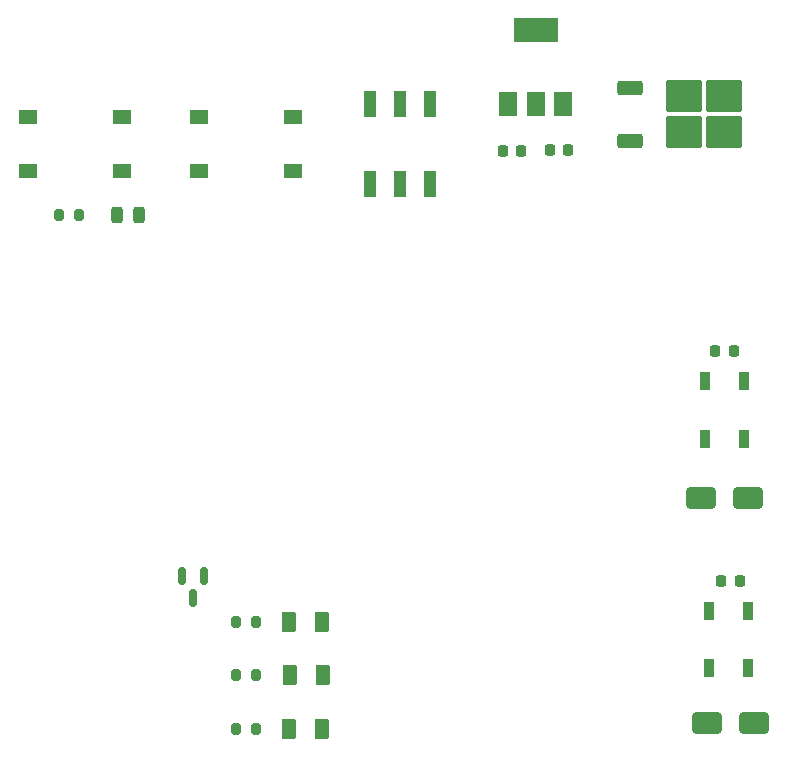
<source format=gbr>
%TF.GenerationSoftware,KiCad,Pcbnew,7.0.6*%
%TF.CreationDate,2023-11-17T09:02:37-06:00*%
%TF.ProjectId,ConnectorX,436f6e6e-6563-4746-9f72-582e6b696361,rev?*%
%TF.SameCoordinates,Original*%
%TF.FileFunction,Paste,Top*%
%TF.FilePolarity,Positive*%
%FSLAX46Y46*%
G04 Gerber Fmt 4.6, Leading zero omitted, Abs format (unit mm)*
G04 Created by KiCad (PCBNEW 7.0.6) date 2023-11-17 09:02:37*
%MOMM*%
%LPD*%
G01*
G04 APERTURE LIST*
G04 Aperture macros list*
%AMRoundRect*
0 Rectangle with rounded corners*
0 $1 Rounding radius*
0 $2 $3 $4 $5 $6 $7 $8 $9 X,Y pos of 4 corners*
0 Add a 4 corners polygon primitive as box body*
4,1,4,$2,$3,$4,$5,$6,$7,$8,$9,$2,$3,0*
0 Add four circle primitives for the rounded corners*
1,1,$1+$1,$2,$3*
1,1,$1+$1,$4,$5*
1,1,$1+$1,$6,$7*
1,1,$1+$1,$8,$9*
0 Add four rect primitives between the rounded corners*
20,1,$1+$1,$2,$3,$4,$5,0*
20,1,$1+$1,$4,$5,$6,$7,0*
20,1,$1+$1,$6,$7,$8,$9,0*
20,1,$1+$1,$8,$9,$2,$3,0*%
G04 Aperture macros list end*
%ADD10RoundRect,0.250000X-0.375000X-0.625000X0.375000X-0.625000X0.375000X0.625000X-0.375000X0.625000X0*%
%ADD11RoundRect,0.250000X1.000000X0.650000X-1.000000X0.650000X-1.000000X-0.650000X1.000000X-0.650000X0*%
%ADD12RoundRect,0.200000X-0.200000X-0.275000X0.200000X-0.275000X0.200000X0.275000X-0.200000X0.275000X0*%
%ADD13R,1.550000X1.300000*%
%ADD14RoundRect,0.200000X0.200000X0.275000X-0.200000X0.275000X-0.200000X-0.275000X0.200000X-0.275000X0*%
%ADD15RoundRect,0.250000X-0.850000X-0.350000X0.850000X-0.350000X0.850000X0.350000X-0.850000X0.350000X0*%
%ADD16RoundRect,0.250000X-1.275000X-1.125000X1.275000X-1.125000X1.275000X1.125000X-1.275000X1.125000X0*%
%ADD17R,0.900000X1.500000*%
%ADD18R,1.500000X2.000000*%
%ADD19R,3.800000X2.000000*%
%ADD20RoundRect,0.225000X-0.225000X-0.250000X0.225000X-0.250000X0.225000X0.250000X-0.225000X0.250000X0*%
%ADD21RoundRect,0.250000X0.375000X0.625000X-0.375000X0.625000X-0.375000X-0.625000X0.375000X-0.625000X0*%
%ADD22RoundRect,0.225000X0.225000X0.250000X-0.225000X0.250000X-0.225000X-0.250000X0.225000X-0.250000X0*%
%ADD23RoundRect,0.243750X-0.243750X-0.456250X0.243750X-0.456250X0.243750X0.456250X-0.243750X0.456250X0*%
%ADD24R,1.120000X2.160000*%
%ADD25RoundRect,0.150000X-0.150000X0.587500X-0.150000X-0.587500X0.150000X-0.587500X0.150000X0.587500X0*%
G04 APERTURE END LIST*
D10*
%TO.C,D2*%
X142100000Y-113000000D03*
X144900000Y-113000000D03*
%TD*%
D11*
%TO.C,D8*%
X181500000Y-112500000D03*
X177500000Y-112500000D03*
%TD*%
D12*
%TO.C,R3*%
X137675000Y-104000000D03*
X139325000Y-104000000D03*
%TD*%
D13*
%TO.C,SW1*%
X134520000Y-61250000D03*
X142480000Y-61250000D03*
X134520000Y-65750000D03*
X142480000Y-65750000D03*
%TD*%
D14*
%TO.C,R2*%
X139325000Y-108500000D03*
X137675000Y-108500000D03*
%TD*%
D10*
%TO.C,D3*%
X142200000Y-108500000D03*
X145000000Y-108500000D03*
%TD*%
D15*
%TO.C,D1*%
X170960000Y-58720000D03*
D16*
X175585000Y-59475000D03*
X175585000Y-62525000D03*
X178935000Y-59475000D03*
X178935000Y-62525000D03*
D15*
X170960000Y-63280000D03*
%TD*%
D11*
%TO.C,D7*%
X181000000Y-93500000D03*
X177000000Y-93500000D03*
%TD*%
D17*
%TO.C,D6*%
X177700000Y-107900000D03*
X181000000Y-107900000D03*
X181000000Y-103000000D03*
X177700000Y-103000000D03*
%TD*%
D13*
%TO.C,SW2*%
X120020000Y-61250000D03*
X127980000Y-61250000D03*
X120020000Y-65750000D03*
X127980000Y-65750000D03*
%TD*%
D14*
%TO.C,R4*%
X124325000Y-69500000D03*
X122675000Y-69500000D03*
%TD*%
D17*
%TO.C,D5*%
X177350000Y-88450000D03*
X180650000Y-88450000D03*
X180650000Y-83550000D03*
X177350000Y-83550000D03*
%TD*%
D18*
%TO.C,U1*%
X160700000Y-60150000D03*
X163000000Y-60150000D03*
D19*
X163000000Y-53850000D03*
D18*
X165300000Y-60150000D03*
%TD*%
D20*
%TO.C,C3*%
X178225000Y-81000000D03*
X179775000Y-81000000D03*
%TD*%
D21*
%TO.C,D4*%
X144900000Y-104000000D03*
X142100000Y-104000000D03*
%TD*%
D22*
%TO.C,C2*%
X161775000Y-64085000D03*
X160225000Y-64085000D03*
%TD*%
D23*
%TO.C,D9*%
X127562500Y-69500000D03*
X129437500Y-69500000D03*
%TD*%
D14*
%TO.C,R1*%
X139325000Y-113000000D03*
X137675000Y-113000000D03*
%TD*%
D24*
%TO.C,SW3*%
X148960000Y-66865000D03*
X151500000Y-66865000D03*
X154040000Y-66865000D03*
X154040000Y-60135000D03*
X151500000Y-60135000D03*
X148960000Y-60135000D03*
%TD*%
D22*
%TO.C,C1*%
X165775000Y-64000000D03*
X164225000Y-64000000D03*
%TD*%
D25*
%TO.C,Q1*%
X134950000Y-100062500D03*
X133050000Y-100062500D03*
X134000000Y-101937500D03*
%TD*%
D20*
%TO.C,C4*%
X178725000Y-100500000D03*
X180275000Y-100500000D03*
%TD*%
M02*

</source>
